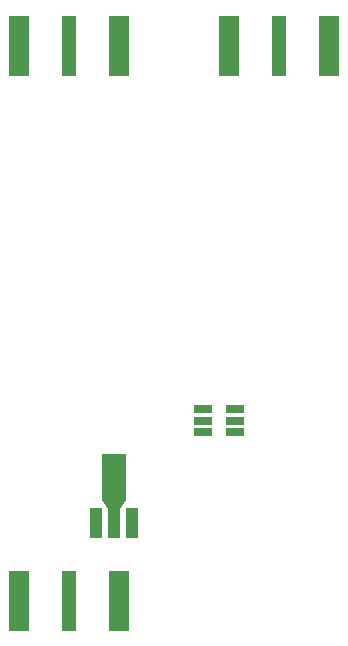
<source format=gtp>
G04 #@! TF.FileFunction,Paste,Top*
%FSLAX46Y46*%
G04 Gerber Fmt 4.6, Leading zero omitted, Abs format (unit mm)*
G04 Created by KiCad (PCBNEW 4.0.4+e1-6308~48~ubuntu16.04.1-stable) date Fri Dec  2 12:05:53 2016*
%MOMM*%
%LPD*%
G01*
G04 APERTURE LIST*
%ADD10C,0.100000*%
%ADD11R,1.560000X0.650000*%
%ADD12R,1.000760X2.501900*%
%ADD13R,1.998980X4.000500*%
%ADD14R,1.778000X5.080000*%
%ADD15R,1.270000X5.080000*%
G04 APERTURE END LIST*
D10*
D11*
X100250000Y-108270000D03*
X100250000Y-109220000D03*
X100250000Y-110170000D03*
X102950000Y-110170000D03*
X102950000Y-108270000D03*
X102950000Y-109220000D03*
D12*
X91208860Y-117922040D03*
X92710000Y-117922040D03*
X94211140Y-117922040D03*
D13*
X92710000Y-113969800D03*
D10*
G36*
X93710760Y-115944650D02*
X93210380Y-116693950D01*
X92209620Y-116693950D01*
X91709240Y-115944650D01*
X93710760Y-115944650D01*
X93710760Y-115944650D01*
G37*
D14*
X110934500Y-77470000D03*
X102425500Y-77470000D03*
D15*
X106680000Y-77470000D03*
D14*
X93154500Y-77470000D03*
X84645500Y-77470000D03*
D15*
X88900000Y-77470000D03*
D14*
X84645500Y-124460000D03*
X93154500Y-124460000D03*
D15*
X88900000Y-124460000D03*
M02*

</source>
